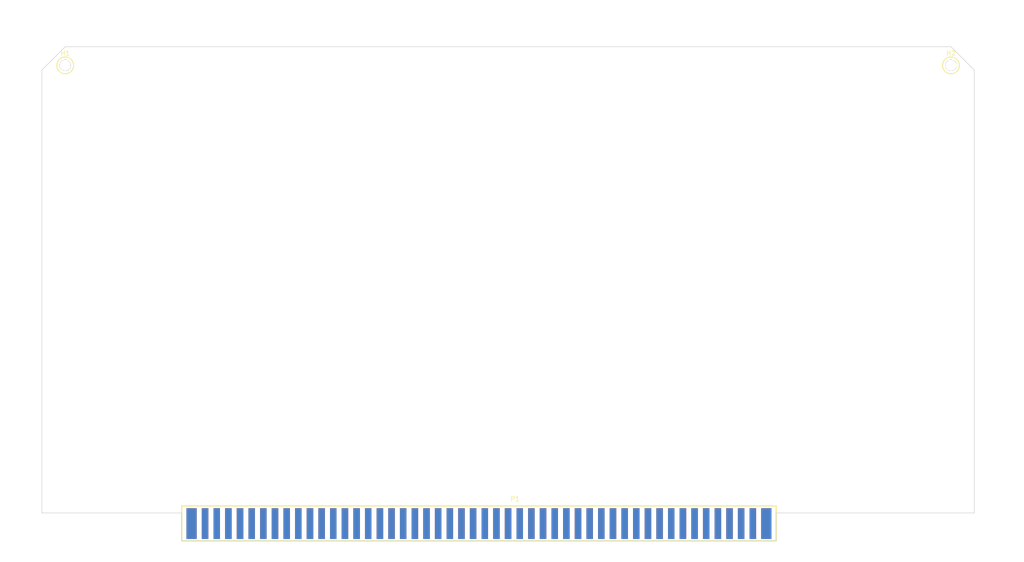
<source format=kicad_pcb>
(kicad_pcb (version 20211014) (generator pcbnew)
  (title_block (date "18 April 2018") (company "Derived from John Monahan's S100 486 design"))
  (layers (0 "F.Cu" signal "Front") (31 "B.Cu" signal "Back") (34 "B.Paste" user) (35 "F.Paste" user) (36 "B.SilkS" user "B.Silkscreen") (37 "F.SilkS" user "F.Silkscreen") (38 "B.Mask" user) (39 "F.Mask" user) (44 "Edge.Cuts" user))
  (net 0 "")
  (net 1 "/+8V")
  (net 2 "/0V_A")
  (net 3 "/0V_B")
  (net 4 "/0V_C")
  (net 5 "/A0")
  (net 6 "/A1")
  (net 7 "/A10")
  (net 8 "/A11")
  (net 9 "/A12")
  (net 10 "/A13")
  (net 11 "/A14")
  (net 12 "/A15")
  (net 13 "/A16")
  (net 14 "/A17")
  (net 15 "/A18")
  (net 16 "/A19")
  (net 17 "/A2")
  (net 18 "/A20")
  (net 19 "/A21")
  (net 20 "/A22")
  (net 21 "/A23")
  (net 22 "/A3")
  (net 23 "/A4")
  (net 24 "/A5")
  (net 25 "/A6")
  (net 26 "/A7")
  (net 27 "/A8")
  (net 28 "/A9")
  (net 29 "/ADSB*")
  (net 30 "/CDSB*")
  (net 31 "/CLOCK*")
  (net 32 "/DI0")
  (net 33 "/DI1")
  (net 34 "/DI2")
  (net 35 "/DI3")
  (net 36 "/DI4")
  (net 37 "/DI5")
  (net 38 "/DI6")
  (net 39 "/DI7")
  (net 40 "/DO0")
  (net 41 "/DO1")
  (net 42 "/DO2")
  (net 43 "/DO3")
  (net 44 "/DO4")
  (net 45 "/DO5")
  (net 46 "/DO6")
  (net 47 "/DO7")
  (net 48 "/DODSB*")
  (net 49 "/HOLD*")
  (net 50 "/INT*")
  (net 51 "/MWRT")
  (net 52 "/NMI*")
  (net 53 "/PHANTOM*")
  (net 54 "/PHI")
  (net 55 "/POC*")
  (net 56 "/RDY")
  (net 57 "/RESET*")
  (net 58 "/SDSB*")
  (net 59 "/SIXTN*")
  (net 60 "/SLAVE_CLR*")
  (net 61 "/TMA0*")
  (net 62 "/TMA1*")
  (net 63 "/TMA2*")
  (net 64 "/TMA3*")
  (net 65 "/VI0*")
  (net 66 "/VI1*")
  (net 67 "/VI2*")
  (net 68 "/VI3*")
  (net 69 "/VI4*")
  (net 70 "/VI5*")
  (net 71 "/VI6*")
  (net 72 "/VI7*")
  (net 73 "/XRDY")
  (net 74 "/pDBIN")
  (net 75 "/pSTVAL*")
  (net 76 "/pSYNC")
  (net 77 "/pWR*")
  (net 78 "/sHLTA")
  (net 79 "/sINP")
  (net 80 "/sINTA")
  (net 81 "/sM1")
  (net 82 "/sMEMR")
  (net 83 "/sOUT")
  (net 84 "/sWO*")
  (net 85 "/+16V")
  (net 86 "/PWRFAIL*")
  (net 87 "/NDEF1")
  (net 88 "/pHLDA")
  (net 89 "/RFU1")
  (net 90 "/RFU2")
  (net 91 "/0V")
  (net 92 "/-16V")
  (net 93 "/sXTRQ*")
  (net 94 "/NDEF2")
  (net 95 "/NDEF3")
  (net 96 "/RFU3")
  (net 97 "/RFU4")
  (net 98 "/ERROR*")
  (net 99 "Net-(H1-Pad1)")
  (net 100 "Net-(H2-Pad1)")
  (footprint "S100_MALE" (layer "F.Cu") (at 58.42 157.48)
    (fp_text reference "P1" (at 90.805 -11.43) (layer "F.SilkS") (effects (font (size 1.27 1.27) (thickness 0.2032))))
    (fp_text value "S100_MALE" hide)
    (fp_line (start 0 0) (end 0 -9.525) (layer "F.SilkS") (width 0.381))
    (fp_line (start 161.925 0) (end 0 0) (layer "F.SilkS") (width 0.381))
    (fp_line (start 0 -9.525) (end 161.925 -9.525) (layer "F.SilkS") (width 0.381))
    (fp_line (start 161.925 -9.525) (end 161.925 0) (layer "F.SilkS") (width 0.381))
    (pad "1" connect rect locked (at 2.667 -4.699) (size 2.794 8.382) (layers "F.Cu" "F.Mask") (net 1 "/+8V"))
    (pad "2" connect rect locked (at 6.35 -4.699) (size 1.778 8.382) (layers "F.Cu" "F.Mask") (net 85 "/+16V"))
    (pad "3" connect rect locked (at 9.525 -4.699) (size 1.778 8.382) (layers "F.Cu" "F.Mask") (net 73 "/XRDY"))
    (pad "4" connect rect locked (at 12.7 -4.699) (size 1.778 8.382) (layers "F.Cu" "F.Mask") (net 65 "/VI0*"))
    (pad "5" connect rect locked (at 15.875 -4.699) (size 1.778 8.382) (layers "F.Cu" "F.Mask") (net 66 "/VI1*"))
    (pad "6" connect rect locked (at 19.05 -4.699) (size 1.778 8.382) (layers "F.Cu" "F.Mask") (net 67 "/VI2*"))
    (pad "7" connect rect locked (at 22.225 -4.699) (size 1.778 8.382) (layers "F.Cu" "F.Mask") (net 68 "/VI3*"))
    (pad "8" connect rect locked (at 25.4 -4.699) (size 1.778 8.382) (layers "F.Cu" "F.Mask") (net 69 "/VI4*"))
    (pad "9" connect rect locked (at 28.575 -4.699) (size 1.778 8.382) (layers "F.Cu" "F.Mask") (net 70 "/VI5*"))
    (pad "10" connect rect locked (at 31.75 -4.699) (size 1.778 8.382) (layers "F.Cu" "F.Mask") (net 71 "/VI6*"))
    (pad "11" connect rect locked (at 34.925 -4.699) (size 1.778 8.382) (layers "F.Cu" "F.Mask") (net 72 "/VI7*"))
    (pad "12" connect rect locked (at 38.1 -4.699) (size 1.778 8.382) (layers "F.Cu" "F.Mask") (net 52 "/NMI*"))
    (pad "13" connect rect locked (at 41.275 -4.699) (size 1.778 8.382) (layers "F.Cu" "F.Mask") (net 86 "/PWRFAIL*"))
    (pad "14" connect rect locked (at 44.45 -4.699) (size 1.778 8.382) (layers "F.Cu" "F.Mask") (net 64 "/TMA3*"))
    (pad "15" connect rect locked (at 47.625 -4.699) (size 1.778 8.382) (layers "F.Cu" "F.Mask") (net 15 "/A18"))
    (pad "16" connect rect locked (at 50.8 -4.699) (size 1.778 8.382) (layers "F.Cu" "F.Mask") (net 13 "/A16"))
    (pad "17" connect rect locked (at 53.975 -4.699) (size 1.778 8.382) (layers "F.Cu" "F.Mask") (net 14 "/A17"))
    (pad "18" connect rect locked (at 57.15 -4.699) (size 1.778 8.382) (layers "F.Cu" "F.Mask") (net 58 "/SDSB*"))
    (pad "19" connect rect locked (at 60.325 -4.699) (size 1.778 8.382) (layers "F.Cu" "F.Mask") (net 30 "/CDSB*"))
    (pad "20" connect rect locked (at 63.5 -4.699) (size 1.778 8.382) (layers "F.Cu" "F.Mask") (net 2 "/0V_A"))
    (pad "21" connect rect locked (at 66.675 -4.699) (size 1.778 8.382) (layers "F.Cu" "F.Mask") (net 87 "/NDEF1"))
    (pad "22" connect rect locked (at 69.85 -4.699) (size 1.778 8.382) (layers "F.Cu" "F.Mask") (net 29 "/ADSB*"))
    (pad "23" connect rect locked (at 73.025 -4.699) (size 1.778 8.382) (layers "F.Cu" "F.Mask") (net 48 "/DODSB*"))
    (pad "24" connect rect locked (at 76.2 -4.699) (size 1.778 8.382) (layers "F.Cu" "F.Mask") (net 54 "/PHI"))
    (pad "25" connect rect locked (at 79.375 -4.699) (size 1.778 8.382) (layers "F.Cu" "F.Mask") (net 75 "/pSTVAL*"))
    (pad "26" connect rect locked (at 82.55 -4.699) (size 1.778 8.382) (layers "F.Cu" "F.Mask") (net 88 "/pHLDA"))
    (pad "27" connect rect locked (at 85.725 -4.699) (size 1.778 8.382) (layers "F.Cu" "F.Mask") (net 89 "/RFU1"))
    (pad "28" connect rect locked (at 88.9 -4.699) (size 1.778 8.382) (layers "F.Cu" "F.Mask") (net 90 "/RFU2"))
    (pad "29" connect rect locked (at 92.075 -4.699) (size 1.778 8.382) (layers "F.Cu" "F.Mask") (net 24 "/A5"))
    (pad "30" connect rect locked (at 95.25 -4.699) (size 1.778 8.382) (layers "F.Cu" "F.Mask") (net 23 "/A4"))
    (pad "31" connect rect locked (at 98.425 -4.699) (size 1.778 8.382) (layers "F.Cu" "F.Mask") (net 22 "/A3"))
    (pad "32" connect rect locked (at 101.6 -4.699) (size 1.778 8.382) (layers "F.Cu" "F.Mask") (net 12 "/A15"))
    (pad "33" connect rect locked (at 104.775 -4.699) (size 1.778 8.382) (layers "F.Cu" "F.Mask") (net 9 "/A12"))
    (pad "34" connect rect locked (at 107.95 -4.699) (size 1.778 8.382) (layers "F.Cu" "F.Mask") (net 28 "/A9"))
    (pad "35" connect rect locked (at 111.125 -4.699) (size 1.778 8.382) (layers "F.Cu" "F.Mask") (net 41 "/DO1"))
    (pad "36" connect rect locked (at 114.3 -4.699) (size 1.778 8.382) (layers "F.Cu" "F.Mask") (net 40 "/DO0"))
    (pad "37" connect rect locked (at 117.475 -4.699) (size 1.778 8.382) (layers "F.Cu" "F.Mask") (net 7 "/A10"))
    (pad "38" connect rect locked (at 120.65 -4.699) (size 1.778 8.382) (layers "F.Cu" "F.Mask") (net 44 "/DO4"))
    (pad "39" connect rect locked (at 123.825 -4.699) (size 1.778 8.382) (layers "F.Cu" "F.Mask") (net 45 "/DO5"))
    (pad "40" connect rect locked (at 127 -4.699) (size 1.778 8.382) (layers "F.Cu" "F.Mask") (net 46 "/DO6"))
    (pad "41" connect rect locked (at 130.175 -4.699) (size 1.778 8.382) (layers "F.Cu" "F.Mask") (net 34 "/DI2"))
    (pad "42" connect rect locked (at 133.35 -4.699) (size 1.778 8.382) (layers "F.Cu" "F.Mask") (net 35 "/DI3"))
    (pad "43" connect rect locked (at 136.525 -4.699) (size 1.778 8.382) (layers "F.Cu" "F.Mask") (net 39 "/DI7"))
    (pad "44" connect rect locked (at 139.7 -4.699) (size 1.778 8.382) (layers "F.Cu" "F.Mask") (net 81 "/sM1"))
    (pad "45" connect rect locked (at 142.875 -4.699) (size 1.778 8.382) (layers "F.Cu" "F.Mask") (net 83 "/sOUT"))
    (pad "46" connect rect locked (at 146.05 -4.699) (size 1.778 8.382) (layers "F.Cu" "F.Mask") (net 79 "/sINP"))
    (pad "47" connect rect locked (at 149.225 -4.699) (size 1.778 8.382) (layers "F.Cu" "F.Mask") (net 82 "/sMEMR"))
    (pad "48" connect rect locked (at 152.4 -4.699) (size 1.778 8.382) (layers "F.Cu" "F.Mask") (net 78 "/sHLTA"))
    (pad "49" connect rect locked (at 155.575 -4.699) (size 1.778 8.382) (layers "F.Cu" "F.Mask") (net 31 "/CLOCK*"))
    (pad "50" connect rect locked (at 159.258 -4.699) (size 2.794 8.382) (layers "F.Cu" "F.Mask") (net 91 "/0V"))
    (pad "51" connect rect locked (at 2.667 -4.699) (size 2.794 8.382) (layers "B.Cu" "B.Mask") (net 1 "/+8V"))
    (pad "52" connect rect locked (at 6.35 -4.699) (size 1.778 8.382) (layers "B.Cu" "B.Mask") (net 92 "/-16V"))
    (pad "53" connect rect locked (at 9.525 -4.699) (size 1.778 8.382) (layers "B.Cu" "B.Mask") (net 3 "/0V_B"))
    (pad "54" connect rect locked (at 12.7 -4.699) (size 1.778 8.382) (layers "B.Cu" "B.Mask") (net 60 "/SLAVE_CLR*"))
    (pad "55" connect rect locked (at 15.875 -4.699) (size 1.778 8.382) (layers "B.Cu" "B.Mask") (net 61 "/TMA0*"))
    (pad "56" connect rect locked (at 19.05 -4.699) (size 1.778 8.382) (layers "B.Cu" "B.Mask") (net 62 "/TMA1*"))
    (pad "57" connect rect locked (at 22.225 -4.699) (size 1.778 8.382) (layers "B.Cu" "B.Mask") (net 63 "/TMA2*"))
    (pad "58" connect rect locked (at 25.4 -4.699) (size 1.778 8.382) (layers "B.Cu" "B.Mask") (net 93 "/sXTRQ*"))
    (pad "59" connect rect locked (at 28.575 -4.699) (size 1.778 8.382) (layers "B.Cu" "B.Mask") (net 16 "/A19"))
    (pad "60" connect rect locked (at 31.75 -4.699) (size 1.778 8.382) (layers "B.Cu" "B.Mask") (net 59 "/SIXTN*"))
    (pad "61" connect rect locked (at 34.925 -4.699) (size 1.778 8.382) (layers "B.Cu" "B.Mask") (net 18 "/A20"))
    (pad "62" connect rect locked (at 38.1 -4.699) (size 1.778 8.382) (layers "B.Cu" "B.Mask") (net 19 "/A21"))
    (pad "63" connect rect locked (at 41.275 -4.699) (size 1.778 8.382) (layers "B.Cu" "B.Mask") (net 20 "/A22"))
    (pad "64" connect rect locked (at 44.45 -4.699) (size 1.778 8.382) (layers "B.Cu" "B.Mask") (net 21 "/A23"))
    (pad "65" connect rect locked (at 47.625 -4.699) (size 1.778 8.382) (layers "B.Cu" "B.Mask") (net 94 "/NDEF2"))
    (pad "66" connect rect locked (at 50.8 -4.699) (size 1.778 8.382) (layers "B.Cu" "B.Mask") (net 95 "/NDEF3"))
    (pad "67" connect rect locked (at 53.975 -4.699) (size 1.778 8.382) (layers "B.Cu" "B.Mask") (net 53 "/PHANTOM*"))
    (pad "68" connect rect locked (at 57.15 -4.699) (size 1.778 8.382) (layers "B.Cu" "B.Mask") (net 51 "/MWRT"))
    (pad "69" connect rect locked (at 60.325 -4.699) (size 1.778 8.382) (layers "B.Cu" "B.Mask") (net 96 "/RFU3"))
    (pad "70" connect rect locked (at 63.5 -4.699) (size 1.778 8.382) (layers "B.Cu" "B.Mask") (net 4 "/0V_C"))
    (pad "71" connect rect locked (at 66.675 -4.699) (size 1.778 8.382) (layers "B.Cu" "B.Mask") (net 97 "/RFU4"))
    (pad "72" connect rect locked (at 69.85 -4.699) (size 1.778 8.382) (layers "B.Cu" "B.Mask") (net 56 "/RDY"))
    (pad "73" connect rect locked (at 73.025 -4.699) (size 1.778 8.382) (layers "B.Cu" "B.Mask") (net 50 "/INT*"))
    (pad "74" connect rect locked (at 76.2 -4.699) (size 1.778 8.382) (layers "B.Cu" "B.Mask") (net 49 "/HOLD*"))
    (pad "75" connect rect locked (at 79.375 -4.699) (size 1.778 8.382) (layers "B.Cu" "B.Mask") (net 57 "/RESET*"))
    (pad "76" connect rect locked (at 82.55 -4.699) (size 1.778 8.382) (layers "B.Cu" "B.Mask") (net 76 "/pSYNC"))
    (pad "77" connect rect locked (at 85.725 -4.699) (size 1.778 8.382) (layers "B.Cu" "B.Mask") (net 77 "/pWR*"))
    (pad "78" connect rect locked (at 88.9 -4.699) (size 1.778 8.382) (layers "B.Cu" "B.Mask") (net 74 "/pDBIN"))
    (pad "79" connect rect locked (at 92.075 -4.699) (size 1.778 8.382) (layers "B.Cu" "B.Mask") (net 5 "/A0"))
    (pad "80" connect rect locked (at 95.25 -4.699) (size 1.778 8.382) (layers "B.Cu" "B.Mask") (net 6 "/A1"))
    (pad "81" connect rect locked (at 98.425 -4.699) (size 1.778 8.382) (layers "B.Cu" "B.Mask") (net 17 "/A2"))
    (pad "82" connect rect locked (at 101.6 -4.699) (size 1.778 8.382) (layers "B.Cu" "B.Mask") (net 25 "/A6"))
    (pad "83" connect rect locked (at 104.775 -4.699) (size 1.778 8.382) (layers "B.Cu" "B.Mask") (net 26 "/A7"))
    (pad "84" connect rect locked (at 107.95 -4.699) (size 1.778 8.382) (layers "B.Cu" "B.Mask") (net 27 "/A8"))
    (pad "85" connect rect locked (at 111.125 -4.699) (size 1.778 8.382) (layers "B.Cu" "B.Mask") (net 10 "/A13"))
    (pad "86" connect rect locked (at 114.3 -4.699) (size 1.778 8.382) (layers "B.Cu" "B.Mask") (net 11 "/A14"))
    (pad "87" connect rect locked (at 117.475 -4.699) (size 1.778 8.382) (layers "B.Cu" "B.Mask") (net 8 "/A11"))
    (pad "88" connect rect locked (at 120.65 -4.699) (size 1.778 8.382) (layers "B.Cu" "B.Mask") (net 42 "/DO2"))
    (pad "89" connect rect locked (at 123.825 -4.699) (size 1.778 8.382) (layers "B.Cu" "B.Mask") (net 43 "/DO3"))
    (pad "90" connect rect locked (at 127 -4.699) (size 1.778 8.382) (layers "B.Cu" "B.Mask") (net 47 "/DO7"))
    (pad "91" connect rect locked (at 130.175 -4.699) (size 1.778 8.382) (layers "B.Cu" "B.Mask") (net 36 "/DI4"))
    (pad "92" connect rect locked (at 133.35 -4.699) (size 1.778 8.382) (layers "B.Cu" "B.Mask") (net 37 "/DI5"))
    (pad "93" connect rect locked (at 136.525 -4.699) (size 1.778 8.382) (layers "B.Cu" "B.Mask") (net 38 "/DI6"))
    (pad "94" connect rect locked (at 139.7 -4.699) (size 1.778 8.382) (layers "B.Cu" "B.Mask") (net 33 "/DI1"))
    (pad "95" connect rect locked (at 142.875 -4.699) (size 1.778 8.382) (layers "B.Cu" "B.Mask") (net 32 "/DI0"))
    (pad "96" connect rect locked (at 146.05 -4.699) (size 1.778 8.382) (layers "B.Cu" "B.Mask") (net 80 "/sINTA"))
    (pad "97" connect rect locked (at 149.225 -4.699) (size 1.778 8.382) (layers "B.Cu" "B.Mask") (net 84 "/sWO*"))
    (pad "98" connect rect locked (at 152.4 -4.699) (size 1.778 8.382) (layers "B.Cu" "B.Mask") (net 98 "/ERROR*"))
    (pad "99" connect rect locked (at 155.575 -4.699) (size 1.778 8.382) (layers "B.Cu" "B.Mask") (net 55 "/POC*"))
    (pad "100" connect rect locked (at 159.258 -4.699) (size 2.794 8.382) (layers "B.Cu" "B.Mask") (net 91 "/0V"))
  )
  (footprint "mals-library-pcb:s100-ejector" (layer "F.Cu") (at 267.97 27.94)
    (fp_text reference "H2" (at 0 -3.302) (layer "F.SilkS") (effects (font (size 1.27 1.27) (thickness 0.2032))))
    (fp_text value "Ejector" hide)
    (fp_circle (center 0 0) (end 0 -2.286) (layer "F.SilkS") (width 0.3048) (fill none))
    (pad "1" thru_hole circle locked (at 0 0) (size 3.048 3.048) (drill 3.048) (layers *.Cu *.Mask) (net 100 "Net-(H2-Pad1)"))
  )
  (footprint "mals-library-pcb:s100-ejector" (layer "F.Cu") (at 26.67 27.94)
    (fp_text reference "H1" (at 0 -3.302) (layer "F.SilkS") (effects (font (size 1.27 1.27) (thickness 0.2032))))
    (fp_text value "Ejector" hide)
    (fp_circle (center 0 0) (end 0 -2.286) (layer "F.SilkS") (width 0.3048) (fill none))
    (pad "1" thru_hole circle locked (at 0 0) (size 3.048 3.048) (drill 3.048) (layers *.Cu *.Mask) (net 99 "Net-(H1-Pad1)"))
  )
  (gr_line (start 274.32 149.86) (end 220.345 149.86) (layer "Edge.Cuts") (width 0.1524))
  (gr_line (start 20.32 29.21) (end 20.32 149.86) (layer "Edge.Cuts") (width 0.1524))
  (gr_line (start 274.32 149.86) (end 274.32 29.21) (layer "Edge.Cuts") (width 0.1524))
  (gr_line (start 58.42 157.48) (end 58.42 149.86) (layer "Edge.Cuts") (width 0.1524))
  (gr_line (start 274.32 29.21) (end 267.97 22.86) (layer "Edge.Cuts") (width 0.1524))
  (gr_line (start 58.42 149.86) (end 20.32 149.86) (layer "Edge.Cuts") (width 0.1524))
  (gr_line (start 220.345 157.48) (end 58.42 157.48) (layer "Edge.Cuts") (width 0.1524))
  (gr_line (start 267.97 22.86) (end 26.67 22.86) (layer "Edge.Cuts") (width 0.1524))
  (gr_line (start 220.345 149.86) (end 220.345 157.48) (layer "Edge.Cuts") (width 0.1524))
  (gr_line (start 26.67 22.86) (end 20.32 29.21) (layer "Edge.Cuts") (width 0.1524))
)
</source>
